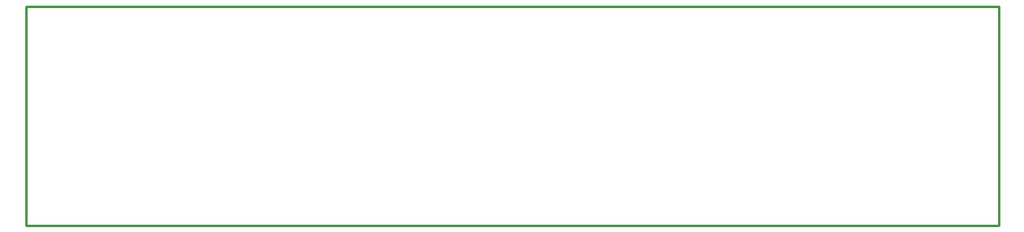
<source format=gbo>
G75*
G70*
%OFA0B0*%
%FSLAX24Y24*%
%IPPOS*%
%LPD*%
%AMOC8*
5,1,8,0,0,1.08239X$1,22.5*
%
%ADD10C,0.0100*%
D10*
X000180Y000230D02*
X000180Y009230D01*
X040080Y009230D01*
X040080Y000230D01*
X000180Y000230D01*
M02*

</source>
